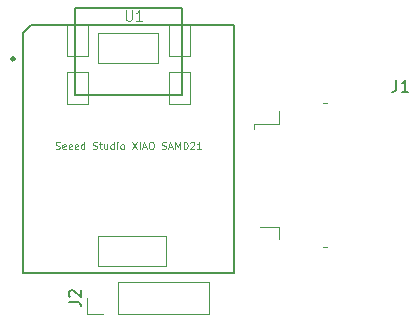
<source format=gbr>
%TF.GenerationSoftware,KiCad,Pcbnew,8.0.1*%
%TF.CreationDate,2024-09-03T09:14:14-03:00*%
%TF.ProjectId,USB-thermometer,5553422d-7468-4657-926d-6f6d65746572,rev?*%
%TF.SameCoordinates,Original*%
%TF.FileFunction,Legend,Top*%
%TF.FilePolarity,Positive*%
%FSLAX46Y46*%
G04 Gerber Fmt 4.6, Leading zero omitted, Abs format (unit mm)*
G04 Created by KiCad (PCBNEW 8.0.1) date 2024-09-03 09:14:14*
%MOMM*%
%LPD*%
G01*
G04 APERTURE LIST*
%ADD10C,0.101600*%
%ADD11C,0.076200*%
%ADD12C,0.150000*%
%ADD13C,0.127000*%
%ADD14C,0.066040*%
%ADD15C,0.254000*%
%ADD16C,0.120000*%
G04 APERTURE END LIST*
D10*
X99742756Y-64354795D02*
X99742756Y-65074462D01*
X99742756Y-65074462D02*
X99785090Y-65159128D01*
X99785090Y-65159128D02*
X99827423Y-65201462D01*
X99827423Y-65201462D02*
X99912090Y-65243795D01*
X99912090Y-65243795D02*
X100081423Y-65243795D01*
X100081423Y-65243795D02*
X100166090Y-65201462D01*
X100166090Y-65201462D02*
X100208423Y-65159128D01*
X100208423Y-65159128D02*
X100250756Y-65074462D01*
X100250756Y-65074462D02*
X100250756Y-64354795D01*
X101139756Y-65243795D02*
X100631756Y-65243795D01*
X100885756Y-65243795D02*
X100885756Y-64354795D01*
X100885756Y-64354795D02*
X100801089Y-64481795D01*
X100801089Y-64481795D02*
X100716423Y-64566462D01*
X100716423Y-64566462D02*
X100631756Y-64608795D01*
D11*
X93807020Y-76072331D02*
X93894106Y-76101359D01*
X93894106Y-76101359D02*
X94039248Y-76101359D01*
X94039248Y-76101359D02*
X94097306Y-76072331D01*
X94097306Y-76072331D02*
X94126334Y-76043302D01*
X94126334Y-76043302D02*
X94155363Y-75985245D01*
X94155363Y-75985245D02*
X94155363Y-75927188D01*
X94155363Y-75927188D02*
X94126334Y-75869131D01*
X94126334Y-75869131D02*
X94097306Y-75840102D01*
X94097306Y-75840102D02*
X94039248Y-75811073D01*
X94039248Y-75811073D02*
X93923134Y-75782045D01*
X93923134Y-75782045D02*
X93865077Y-75753016D01*
X93865077Y-75753016D02*
X93836048Y-75723988D01*
X93836048Y-75723988D02*
X93807020Y-75665931D01*
X93807020Y-75665931D02*
X93807020Y-75607873D01*
X93807020Y-75607873D02*
X93836048Y-75549816D01*
X93836048Y-75549816D02*
X93865077Y-75520788D01*
X93865077Y-75520788D02*
X93923134Y-75491759D01*
X93923134Y-75491759D02*
X94068277Y-75491759D01*
X94068277Y-75491759D02*
X94155363Y-75520788D01*
X94648848Y-76072331D02*
X94590791Y-76101359D01*
X94590791Y-76101359D02*
X94474677Y-76101359D01*
X94474677Y-76101359D02*
X94416619Y-76072331D01*
X94416619Y-76072331D02*
X94387591Y-76014273D01*
X94387591Y-76014273D02*
X94387591Y-75782045D01*
X94387591Y-75782045D02*
X94416619Y-75723988D01*
X94416619Y-75723988D02*
X94474677Y-75694959D01*
X94474677Y-75694959D02*
X94590791Y-75694959D01*
X94590791Y-75694959D02*
X94648848Y-75723988D01*
X94648848Y-75723988D02*
X94677877Y-75782045D01*
X94677877Y-75782045D02*
X94677877Y-75840102D01*
X94677877Y-75840102D02*
X94387591Y-75898159D01*
X95171362Y-76072331D02*
X95113305Y-76101359D01*
X95113305Y-76101359D02*
X94997191Y-76101359D01*
X94997191Y-76101359D02*
X94939133Y-76072331D01*
X94939133Y-76072331D02*
X94910105Y-76014273D01*
X94910105Y-76014273D02*
X94910105Y-75782045D01*
X94910105Y-75782045D02*
X94939133Y-75723988D01*
X94939133Y-75723988D02*
X94997191Y-75694959D01*
X94997191Y-75694959D02*
X95113305Y-75694959D01*
X95113305Y-75694959D02*
X95171362Y-75723988D01*
X95171362Y-75723988D02*
X95200391Y-75782045D01*
X95200391Y-75782045D02*
X95200391Y-75840102D01*
X95200391Y-75840102D02*
X94910105Y-75898159D01*
X95693876Y-76072331D02*
X95635819Y-76101359D01*
X95635819Y-76101359D02*
X95519705Y-76101359D01*
X95519705Y-76101359D02*
X95461647Y-76072331D01*
X95461647Y-76072331D02*
X95432619Y-76014273D01*
X95432619Y-76014273D02*
X95432619Y-75782045D01*
X95432619Y-75782045D02*
X95461647Y-75723988D01*
X95461647Y-75723988D02*
X95519705Y-75694959D01*
X95519705Y-75694959D02*
X95635819Y-75694959D01*
X95635819Y-75694959D02*
X95693876Y-75723988D01*
X95693876Y-75723988D02*
X95722905Y-75782045D01*
X95722905Y-75782045D02*
X95722905Y-75840102D01*
X95722905Y-75840102D02*
X95432619Y-75898159D01*
X96245419Y-76101359D02*
X96245419Y-75491759D01*
X96245419Y-76072331D02*
X96187361Y-76101359D01*
X96187361Y-76101359D02*
X96071247Y-76101359D01*
X96071247Y-76101359D02*
X96013190Y-76072331D01*
X96013190Y-76072331D02*
X95984161Y-76043302D01*
X95984161Y-76043302D02*
X95955133Y-75985245D01*
X95955133Y-75985245D02*
X95955133Y-75811073D01*
X95955133Y-75811073D02*
X95984161Y-75753016D01*
X95984161Y-75753016D02*
X96013190Y-75723988D01*
X96013190Y-75723988D02*
X96071247Y-75694959D01*
X96071247Y-75694959D02*
X96187361Y-75694959D01*
X96187361Y-75694959D02*
X96245419Y-75723988D01*
X96971133Y-76072331D02*
X97058219Y-76101359D01*
X97058219Y-76101359D02*
X97203361Y-76101359D01*
X97203361Y-76101359D02*
X97261419Y-76072331D01*
X97261419Y-76072331D02*
X97290447Y-76043302D01*
X97290447Y-76043302D02*
X97319476Y-75985245D01*
X97319476Y-75985245D02*
X97319476Y-75927188D01*
X97319476Y-75927188D02*
X97290447Y-75869131D01*
X97290447Y-75869131D02*
X97261419Y-75840102D01*
X97261419Y-75840102D02*
X97203361Y-75811073D01*
X97203361Y-75811073D02*
X97087247Y-75782045D01*
X97087247Y-75782045D02*
X97029190Y-75753016D01*
X97029190Y-75753016D02*
X97000161Y-75723988D01*
X97000161Y-75723988D02*
X96971133Y-75665931D01*
X96971133Y-75665931D02*
X96971133Y-75607873D01*
X96971133Y-75607873D02*
X97000161Y-75549816D01*
X97000161Y-75549816D02*
X97029190Y-75520788D01*
X97029190Y-75520788D02*
X97087247Y-75491759D01*
X97087247Y-75491759D02*
X97232390Y-75491759D01*
X97232390Y-75491759D02*
X97319476Y-75520788D01*
X97493647Y-75694959D02*
X97725875Y-75694959D01*
X97580732Y-75491759D02*
X97580732Y-76014273D01*
X97580732Y-76014273D02*
X97609761Y-76072331D01*
X97609761Y-76072331D02*
X97667818Y-76101359D01*
X97667818Y-76101359D02*
X97725875Y-76101359D01*
X98190333Y-75694959D02*
X98190333Y-76101359D01*
X97929075Y-75694959D02*
X97929075Y-76014273D01*
X97929075Y-76014273D02*
X97958104Y-76072331D01*
X97958104Y-76072331D02*
X98016161Y-76101359D01*
X98016161Y-76101359D02*
X98103247Y-76101359D01*
X98103247Y-76101359D02*
X98161304Y-76072331D01*
X98161304Y-76072331D02*
X98190333Y-76043302D01*
X98741876Y-76101359D02*
X98741876Y-75491759D01*
X98741876Y-76072331D02*
X98683818Y-76101359D01*
X98683818Y-76101359D02*
X98567704Y-76101359D01*
X98567704Y-76101359D02*
X98509647Y-76072331D01*
X98509647Y-76072331D02*
X98480618Y-76043302D01*
X98480618Y-76043302D02*
X98451590Y-75985245D01*
X98451590Y-75985245D02*
X98451590Y-75811073D01*
X98451590Y-75811073D02*
X98480618Y-75753016D01*
X98480618Y-75753016D02*
X98509647Y-75723988D01*
X98509647Y-75723988D02*
X98567704Y-75694959D01*
X98567704Y-75694959D02*
X98683818Y-75694959D01*
X98683818Y-75694959D02*
X98741876Y-75723988D01*
X99032161Y-76101359D02*
X99032161Y-75694959D01*
X99032161Y-75491759D02*
X99003133Y-75520788D01*
X99003133Y-75520788D02*
X99032161Y-75549816D01*
X99032161Y-75549816D02*
X99061190Y-75520788D01*
X99061190Y-75520788D02*
X99032161Y-75491759D01*
X99032161Y-75491759D02*
X99032161Y-75549816D01*
X99409533Y-76101359D02*
X99351476Y-76072331D01*
X99351476Y-76072331D02*
X99322447Y-76043302D01*
X99322447Y-76043302D02*
X99293419Y-75985245D01*
X99293419Y-75985245D02*
X99293419Y-75811073D01*
X99293419Y-75811073D02*
X99322447Y-75753016D01*
X99322447Y-75753016D02*
X99351476Y-75723988D01*
X99351476Y-75723988D02*
X99409533Y-75694959D01*
X99409533Y-75694959D02*
X99496619Y-75694959D01*
X99496619Y-75694959D02*
X99554676Y-75723988D01*
X99554676Y-75723988D02*
X99583705Y-75753016D01*
X99583705Y-75753016D02*
X99612733Y-75811073D01*
X99612733Y-75811073D02*
X99612733Y-75985245D01*
X99612733Y-75985245D02*
X99583705Y-76043302D01*
X99583705Y-76043302D02*
X99554676Y-76072331D01*
X99554676Y-76072331D02*
X99496619Y-76101359D01*
X99496619Y-76101359D02*
X99409533Y-76101359D01*
X100280390Y-75491759D02*
X100686790Y-76101359D01*
X100686790Y-75491759D02*
X100280390Y-76101359D01*
X100919018Y-76101359D02*
X100919018Y-75491759D01*
X101180276Y-75927188D02*
X101470562Y-75927188D01*
X101122219Y-76101359D02*
X101325419Y-75491759D01*
X101325419Y-75491759D02*
X101528619Y-76101359D01*
X101847933Y-75491759D02*
X101964047Y-75491759D01*
X101964047Y-75491759D02*
X102022104Y-75520788D01*
X102022104Y-75520788D02*
X102080161Y-75578845D01*
X102080161Y-75578845D02*
X102109190Y-75694959D01*
X102109190Y-75694959D02*
X102109190Y-75898159D01*
X102109190Y-75898159D02*
X102080161Y-76014273D01*
X102080161Y-76014273D02*
X102022104Y-76072331D01*
X102022104Y-76072331D02*
X101964047Y-76101359D01*
X101964047Y-76101359D02*
X101847933Y-76101359D01*
X101847933Y-76101359D02*
X101789876Y-76072331D01*
X101789876Y-76072331D02*
X101731818Y-76014273D01*
X101731818Y-76014273D02*
X101702790Y-75898159D01*
X101702790Y-75898159D02*
X101702790Y-75694959D01*
X101702790Y-75694959D02*
X101731818Y-75578845D01*
X101731818Y-75578845D02*
X101789876Y-75520788D01*
X101789876Y-75520788D02*
X101847933Y-75491759D01*
X102805876Y-76072331D02*
X102892962Y-76101359D01*
X102892962Y-76101359D02*
X103038104Y-76101359D01*
X103038104Y-76101359D02*
X103096162Y-76072331D01*
X103096162Y-76072331D02*
X103125190Y-76043302D01*
X103125190Y-76043302D02*
X103154219Y-75985245D01*
X103154219Y-75985245D02*
X103154219Y-75927188D01*
X103154219Y-75927188D02*
X103125190Y-75869131D01*
X103125190Y-75869131D02*
X103096162Y-75840102D01*
X103096162Y-75840102D02*
X103038104Y-75811073D01*
X103038104Y-75811073D02*
X102921990Y-75782045D01*
X102921990Y-75782045D02*
X102863933Y-75753016D01*
X102863933Y-75753016D02*
X102834904Y-75723988D01*
X102834904Y-75723988D02*
X102805876Y-75665931D01*
X102805876Y-75665931D02*
X102805876Y-75607873D01*
X102805876Y-75607873D02*
X102834904Y-75549816D01*
X102834904Y-75549816D02*
X102863933Y-75520788D01*
X102863933Y-75520788D02*
X102921990Y-75491759D01*
X102921990Y-75491759D02*
X103067133Y-75491759D01*
X103067133Y-75491759D02*
X103154219Y-75520788D01*
X103386447Y-75927188D02*
X103676733Y-75927188D01*
X103328390Y-76101359D02*
X103531590Y-75491759D01*
X103531590Y-75491759D02*
X103734790Y-76101359D01*
X103937989Y-76101359D02*
X103937989Y-75491759D01*
X103937989Y-75491759D02*
X104141189Y-75927188D01*
X104141189Y-75927188D02*
X104344389Y-75491759D01*
X104344389Y-75491759D02*
X104344389Y-76101359D01*
X104634675Y-76101359D02*
X104634675Y-75491759D01*
X104634675Y-75491759D02*
X104779818Y-75491759D01*
X104779818Y-75491759D02*
X104866904Y-75520788D01*
X104866904Y-75520788D02*
X104924961Y-75578845D01*
X104924961Y-75578845D02*
X104953990Y-75636902D01*
X104953990Y-75636902D02*
X104983018Y-75753016D01*
X104983018Y-75753016D02*
X104983018Y-75840102D01*
X104983018Y-75840102D02*
X104953990Y-75956216D01*
X104953990Y-75956216D02*
X104924961Y-76014273D01*
X104924961Y-76014273D02*
X104866904Y-76072331D01*
X104866904Y-76072331D02*
X104779818Y-76101359D01*
X104779818Y-76101359D02*
X104634675Y-76101359D01*
X105215247Y-75549816D02*
X105244275Y-75520788D01*
X105244275Y-75520788D02*
X105302333Y-75491759D01*
X105302333Y-75491759D02*
X105447475Y-75491759D01*
X105447475Y-75491759D02*
X105505533Y-75520788D01*
X105505533Y-75520788D02*
X105534561Y-75549816D01*
X105534561Y-75549816D02*
X105563590Y-75607873D01*
X105563590Y-75607873D02*
X105563590Y-75665931D01*
X105563590Y-75665931D02*
X105534561Y-75753016D01*
X105534561Y-75753016D02*
X105186218Y-76101359D01*
X105186218Y-76101359D02*
X105563590Y-76101359D01*
X106144161Y-76101359D02*
X105795818Y-76101359D01*
X105969989Y-76101359D02*
X105969989Y-75491759D01*
X105969989Y-75491759D02*
X105911932Y-75578845D01*
X105911932Y-75578845D02*
X105853875Y-75636902D01*
X105853875Y-75636902D02*
X105795818Y-75665931D01*
D12*
X122666666Y-70254819D02*
X122666666Y-70969104D01*
X122666666Y-70969104D02*
X122619047Y-71111961D01*
X122619047Y-71111961D02*
X122523809Y-71207200D01*
X122523809Y-71207200D02*
X122380952Y-71254819D01*
X122380952Y-71254819D02*
X122285714Y-71254819D01*
X123666666Y-71254819D02*
X123095238Y-71254819D01*
X123380952Y-71254819D02*
X123380952Y-70254819D01*
X123380952Y-70254819D02*
X123285714Y-70397676D01*
X123285714Y-70397676D02*
X123190476Y-70492914D01*
X123190476Y-70492914D02*
X123095238Y-70540533D01*
X94924819Y-89033333D02*
X95639104Y-89033333D01*
X95639104Y-89033333D02*
X95781961Y-89080952D01*
X95781961Y-89080952D02*
X95877200Y-89176190D01*
X95877200Y-89176190D02*
X95924819Y-89319047D01*
X95924819Y-89319047D02*
X95924819Y-89414285D01*
X95020057Y-88604761D02*
X94972438Y-88557142D01*
X94972438Y-88557142D02*
X94924819Y-88461904D01*
X94924819Y-88461904D02*
X94924819Y-88223809D01*
X94924819Y-88223809D02*
X94972438Y-88128571D01*
X94972438Y-88128571D02*
X95020057Y-88080952D01*
X95020057Y-88080952D02*
X95115295Y-88033333D01*
X95115295Y-88033333D02*
X95210533Y-88033333D01*
X95210533Y-88033333D02*
X95353390Y-88080952D01*
X95353390Y-88080952D02*
X95924819Y-88652380D01*
X95924819Y-88652380D02*
X95924819Y-88033333D01*
D13*
%TO.C,U1*%
X91085590Y-66290690D02*
X91085590Y-86618310D01*
X91085590Y-86618310D02*
X108883370Y-86618310D01*
X91756150Y-65620130D02*
X91085590Y-66290690D01*
D14*
X94768590Y-65536310D02*
X96546590Y-65536310D01*
X94768590Y-68203310D02*
X94768590Y-65536310D01*
X94768590Y-68203310D02*
X96546590Y-68203310D01*
X94768590Y-69600310D02*
X96546590Y-69600310D01*
X94768590Y-72269850D02*
X94768590Y-69600310D01*
X94768590Y-72269850D02*
X96546590Y-72269850D01*
D13*
X95479790Y-71548490D02*
X95479790Y-64195190D01*
X95484870Y-64195190D02*
X104479010Y-64195190D01*
D14*
X96546590Y-68203310D02*
X96546590Y-65536310D01*
X96546590Y-72269850D02*
X96546590Y-69600310D01*
X97435590Y-66298310D02*
X102515590Y-66298310D01*
X97435590Y-68838310D02*
X97435590Y-66298310D01*
X97435590Y-68838310D02*
X102515590Y-68838310D01*
X97435590Y-83443310D02*
X103150590Y-83443310D01*
X97435590Y-85983310D02*
X97435590Y-83443310D01*
X97435590Y-85983310D02*
X103150590Y-85983310D01*
X102515590Y-68838310D02*
X102515590Y-66298310D01*
X103150590Y-85983310D02*
X103150590Y-83443310D01*
X103404590Y-65536310D02*
X105182590Y-65536310D01*
X103404590Y-68203310D02*
X103404590Y-65536310D01*
X103404590Y-68203310D02*
X105182590Y-68203310D01*
X103404590Y-69600310D02*
X105182590Y-69600310D01*
X103404590Y-72269850D02*
X103404590Y-69600310D01*
X103404590Y-72269850D02*
X105182590Y-72269850D01*
D13*
X104479010Y-64195190D02*
X104479010Y-71548490D01*
X104479010Y-71548490D02*
X95479790Y-71548490D01*
D14*
X105182590Y-68203310D02*
X105182590Y-65536310D01*
X105182590Y-72269850D02*
X105182590Y-69600310D01*
D13*
X108883370Y-65620130D02*
X91756150Y-65620130D01*
X108883370Y-86618310D02*
X108883370Y-65620130D01*
D15*
X90323590Y-68457310D02*
G75*
G02*
X90069590Y-68457310I-127000J0D01*
G01*
X90069590Y-68457310D02*
G75*
G02*
X90323590Y-68457310I127000J0D01*
G01*
D16*
%TO.C,J1*%
X110600000Y-73940000D02*
X110600000Y-74400000D01*
X110600000Y-73940000D02*
X112700000Y-73940000D01*
X111080000Y-82660000D02*
X112700000Y-82660000D01*
X112700000Y-72900000D02*
X112700000Y-73940000D01*
X112700000Y-82660000D02*
X112700000Y-83700000D01*
X116485000Y-72190000D02*
X116755000Y-72190000D01*
X116485000Y-84410000D02*
X116755000Y-84410000D01*
%TO.C,J2*%
X106750000Y-90030000D02*
X106750000Y-87370000D01*
X99070000Y-90030000D02*
X106750000Y-90030000D01*
X99070000Y-90030000D02*
X99070000Y-87370000D01*
X99070000Y-87370000D02*
X106750000Y-87370000D01*
X97800000Y-90030000D02*
X96470000Y-90030000D01*
X96470000Y-90030000D02*
X96470000Y-88700000D01*
%TD*%
M02*

</source>
